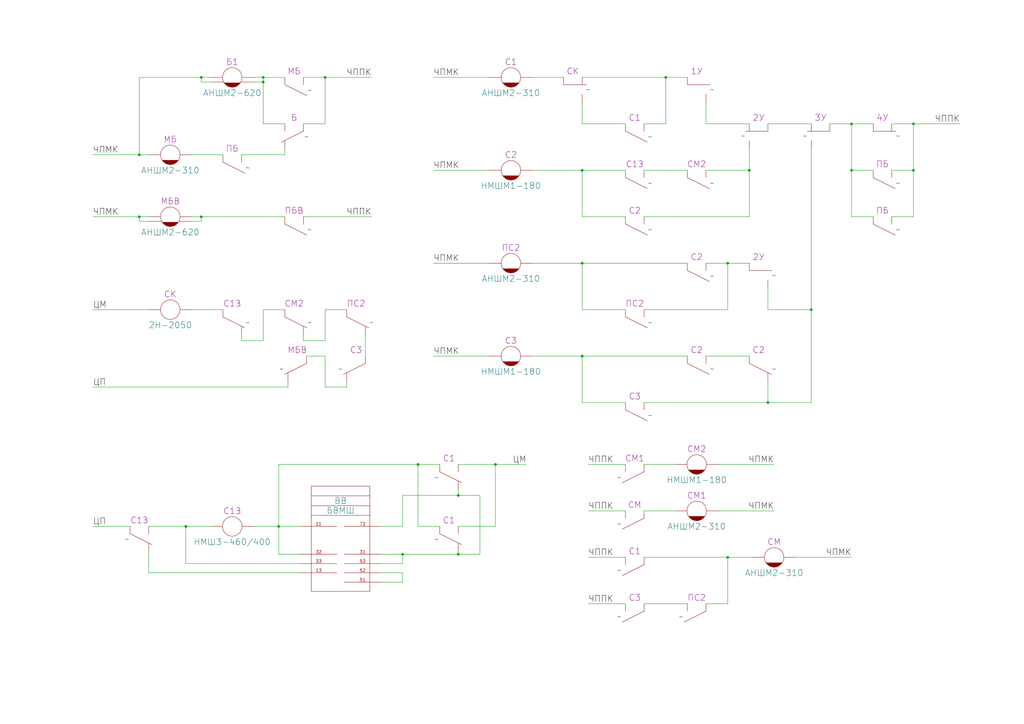
<source format=kicad_sch>
(kicad_sch (version 20231120) (generator "eeschema") (generator_version "8.0")
  (paper "A3")
  (title_block (title "Станция А") (company "МКТ РУТ (МИИТ)") (comment 1 "КП 27.02.03.03.000 ГЧ") (comment 2 "Сафранович") (comment 3 "Бузунова"))
  (lib_symbols
    (symbol "Blocks:БВМШ" (pin_names (offset 0) hide)
      (property "Reference" "ВВ" (at 0 10.51 0))
      (property "Value" "БВМШ" (at 0 6.51 0))
      (symbol "БВМШ_0_1"
        (rectangle (start -12 16.51) (end 12 -26.67))
        (polyline (pts (xy 12 4.51) (xy -12 4.51)))
        (polyline (pts (xy 12 8.51) (xy -12 8.51)))
        (polyline (pts (xy 12 12.51) (xy -12 12.51)))
      )
      (symbol "БВМШ_1_1"
        (pin bidirectional line (at -16.51 0 0) (length 15) (name "") (number "11"))
        (pin bidirectional line (at -16.51 -19.05 0) (length 15) (name "") (number "13"))
        (pin bidirectional line (at 16.51 -11.43 180) (length 15) (name "") (number "31"))
        (pin bidirectional line (at -16.51 -11.43 0) (length 15) (name "") (number "32"))
        (pin bidirectional line (at -16.51 -15.24 0) (length 15) (name "") (number "33"))
        (pin bidirectional line (at 16.51 -22.86 180) (length 15) (name "") (number "51"))
        (pin bidirectional line (at 16.51 -19.05 180) (length 15) (name "") (number "52"))
        (pin bidirectional line (at 16.51 -15.24 180) (length 15) (name "") (number "53"))
        (pin bidirectional line (at 16.51 0 180) (length 15) (name "") (number "72"))
      )
    )
    (symbol "SCB_Relay:Контакт_нейтрального_якоря" (pin_numbers hide) (pin_names hide)
      (property "Обозначение реле" "Н" (at 0 2.54 0))
      (symbol "Контакт_нейтрального_якоря_0_1"
        (polyline (pts (xy -3.81 -3) (xy 5.19 -7.5)))
        (pin bidirectional line (at -3.81 0 270) (length 3) (name "") (number "1"))
      )
      (symbol "Контакт_нейтрального_якоря_1_1"
        (unit_name "Фронтовой-Тыловой")
        (pin bidirectional line (at 3.81 0 270) (length 3) (name "") (number "2"))
        (pin bidirectional line (at 3.81 -10.16 90) (length 3.3) (name "") (number "3"))
      )
      (symbol "Контакт_нейтрального_якоря_2_1"
        (unit_name "Тыловой")
        (pin bidirectional line (at 3.81 -10.16 90) (length 3.3) (name "") (number "3"))
      )
      (symbol "Контакт_нейтрального_якоря_3_1"
        (unit_name "Фронтовой")
        (pin bidirectional line (at 3.81 0 270) (length 3) (name "") (number "2"))
      )
      (symbol "Контакт_нейтрального_якоря_4_1"
        (unit_name "Усиленный перелючающий")
        (polyline (pts (xy 3.81 -10.16) (xy 7.62 -10.16)))
        (polyline (pts (xy 3.81 -8.89) (xy 5.715 -10.16)))
        (polyline (pts (xy 3.81 -6.858) (xy 3.81 -10.16)))
        (polyline (pts (xy 3.81 -1.27) (xy 5.715 0)))
        (polyline (pts (xy 3.81 0) (xy 3.81 -3)))
        (polyline (pts (xy 3.81 0) (xy 7.62 0)))
        (pin bidirectional line (at -3.81 0 270) (length 3) (name "") (number "1"))
        (pin bidirectional line (at 8.89 0 180) (length 2) (name "") (number "2"))
        (pin bidirectional line (at 8.89 -10.16 180) (length 2) (name "") (number "3"))
      )
      (symbol "Контакт_нейтрального_якоря_5_1"
        (unit_name "Усиленный замыкающий")
        (polyline (pts (xy 3.81 -1.27) (xy 5.715 0)))
        (polyline (pts (xy 3.81 0) (xy 3.81 -3)))
        (polyline (pts (xy 3.81 0) (xy 7.62 0)))
        (pin bidirectional line (at 8.89 0 180) (length 2) (name "") (number "2"))
      )
      (symbol "Контакт_нейтрального_якоря_6_1"
        (unit_name "Усиленный размыкающий")
        (polyline (pts (xy 3.81 -8.89) (xy 5.715 -10.16)))
        (polyline (pts (xy 3.81 -6.858) (xy 3.81 -10.16) (xy 6.985 -10.16)))
        (pin bidirectional line (at 8.89 -10.16 180) (length 2) (name "") (number "3"))
      )
      (symbol "Контакт_нейтрального_якоря_7_1"
        (unit_name "С магнитным гашением")
        (polyline (pts (xy 11.43 0) (xy 3.81 0) (xy 3.81 -3)))
        (polyline (pts (xy 3.81 0) (xy 5.5 1) (xy 8.5 -1) (xy 10 0)))
        (pin bidirectional line (at 12.7 0 180) (length 2) (name "") (number "2"))
        (pin bidirectional line (at 3.81 -10.16 90) (length 3.3) (name "") (number "3"))
      )
      (symbol "Контакт_нейтрального_якоря_8_1"
        (unit_name "С безобрывным переключением")
        (arc (start 5.5 -7.5) (mid 6.5355 -5) (end 5.5 -2.5))
        (pin bidirectional line (at 3.81 0 270) (length 3) (name "") (number "2"))
        (pin bidirectional line (at 3.81 -10.16 90) (length 3.3) (name "") (number "3"))
      )
      (symbol "Контакт_нейтрального_якоря_9_1"
        (unit_name "Фронтовой-тыловой термолемента")
        (polyline (pts (xy -3.5 -4.5) (xy -2.5 -5) (xy -2.25 -4.5)))
        (polyline (pts (xy 1.25 -6.5) (xy 1 -7) (xy 2 -7.5)))
        (arc (start 1.25 -6.5) (mid 0.5225 -3.7106) (end -2.25 -4.5))
        (pin bidirectional line (at 3.81 0 270) (length 3) (name "") (number "2"))
        (pin bidirectional line (at 3.81 -10.16 90) (length 3.3) (name "") (number "3"))
      )
      (symbol "Контакт_нейтрального_якоря_10_1"
        (unit_name "Тыловой термолемента")
        (polyline (pts (xy -3.5 -4.5) (xy -2.5 -5) (xy -2.25 -4.5)))
        (polyline (pts (xy 1.25 -6.5) (xy 1 -7) (xy 2 -7.5)))
        (arc (start 1.25 -6.5) (mid 0.5225 -3.7106) (end -2.25 -4.5))
        (pin bidirectional line (at 3.81 -10.16 90) (length 3.3) (name "") (number "3"))
      )
      (symbol "Контакт_нейтрального_якоря_11_1"
        (unit_name "Фронтовой термолемента")
        (polyline (pts (xy -3.5 -4.5) (xy -2.5 -5) (xy -2.25 -4.5)))
        (polyline (pts (xy 1.25 -6.5) (xy 1 -7) (xy 2 -7.5)))
        (arc (start 1.25 -6.5) (mid 0.5225 -3.7106) (end -2.25 -4.5))
        (pin bidirectional line (at 3.81 0 270) (length 3) (name "") (number "2"))
      )
    )
    (symbol "SCB_Relay:Контакт_нейтрального_якоря_НЗ" (pin_numbers hide) (pin_names hide)
      (property "Обозначение реле" "Н" (at 0 2.54 0))
      (symbol "Контакт_нейтрального_якоря_НЗ_0_1"
        (polyline (pts (xy -3.81 -3) (xy 5.5 -3)))
        (pin bidirectional line (at -3.81 0 270) (length 3) (name "") (number "1"))
      )
      (symbol "Контакт_нейтрального_якоря_НЗ_1_1"
        (unit_name "Фронтовой-Тыловой")
        (pin bidirectional line (at 3.81 0 270) (length 3) (name "") (number "2"))
        (pin bidirectional line (at 3.81 -10.16 90) (length 3.3) (name "") (number "3"))
      )
      (symbol "Контакт_нейтрального_якоря_НЗ_2_1"
        (unit_name "Тыловой")
        (pin bidirectional line (at 3.81 -10.16 90) (length 3.3) (name "") (number "3"))
      )
      (symbol "Контакт_нейтрального_якоря_НЗ_3_1"
        (unit_name "Фронтовой")
        (pin bidirectional line (at 3.81 0 270) (length 3) (name "") (number "2"))
      )
      (symbol "Контакт_нейтрального_якоря_НЗ_4_1"
        (unit_name "Усиленный перелючающий")
        (polyline (pts (xy 3.81 -10.16) (xy 7.62 -10.16)))
        (polyline (pts (xy 3.81 -8.89) (xy 5.715 -10.16)))
        (polyline (pts (xy 3.81 -6.858) (xy 3.81 -10.16)))
        (polyline (pts (xy 3.81 -1.27) (xy 5.715 0)))
        (polyline (pts (xy 3.81 0) (xy 3.81 -3)))
        (polyline (pts (xy 3.81 0) (xy 7.62 0)))
        (pin bidirectional line (at -3.81 0 270) (length 3) (name "") (number "1"))
        (pin bidirectional line (at 8.89 0 180) (length 2) (name "") (number "2"))
        (pin bidirectional line (at 8.89 -10.16 180) (length 2) (name "") (number "3"))
      )
      (symbol "Контакт_нейтрального_якоря_НЗ_5_1"
        (unit_name "Усиленный замыкающий")
        (polyline (pts (xy 3.81 -1.27) (xy 5.715 0)))
        (polyline (pts (xy 3.81 0) (xy 3.81 -3)))
        (polyline (pts (xy 3.81 0) (xy 7.62 0)))
        (pin bidirectional line (at 8.89 0 180) (length 2) (name "") (number "2"))
      )
      (symbol "Контакт_нейтрального_якоря_НЗ_6_1"
        (unit_name "Усиленный размыкающий")
        (polyline (pts (xy 3.81 -8.89) (xy 5.715 -10.16)))
        (polyline (pts (xy 3.81 -6.858) (xy 3.81 -10.16) (xy 6.985 -10.16)))
        (pin bidirectional line (at 8.89 -10.16 180) (length 2) (name "") (number "3"))
      )
      (symbol "Контакт_нейтрального_якоря_НЗ_7_1"
        (unit_name "С магнитным гашением")
        (polyline (pts (xy 11.43 0) (xy 3.81 0) (xy 3.81 -3)))
        (polyline (pts (xy 3.81 0) (xy 5.5 1) (xy 8.5 -1) (xy 10 0)))
        (pin bidirectional line (at 12.7 0 180) (length 2) (name "") (number "2"))
        (pin bidirectional line (at 3.81 -10.16 90) (length 3.3) (name "") (number "3"))
      )
      (symbol "Контакт_нейтрального_якоря_НЗ_8_1"
        (unit_name "С безобрывным переключением")
        (arc (start 5.5 -7.5) (mid 6.5355 -5) (end 5.5 -2.5))
        (pin bidirectional line (at 3.81 0 270) (length 3) (name "") (number "2"))
        (pin bidirectional line (at 3.81 -10.16 90) (length 3.3) (name "") (number "3"))
      )
    )
    (symbol "SCB_Relay:Нейтральное" (pin_numbers hide) (pin_names (offset 0.002) hide)
      (property "Value" "НМШ" (at 0 -6.35 0))
      (property "Обозначение реле" "Н" (at 0 6.35 0))
      (symbol "Нейтральное_0_1"
        (circle (center 0 0) (radius 4))
      )
      (symbol "Нейтральное_1_1"
        (unit_name "Общее")
        (pin power_in line (at -8.89 0 0) (length 4.8) (name "") (number "1"))
        (pin power_in line (at 8.89 0 180) (length 4.8) (name "") (number "4"))
      )
      (symbol "Нейтральное_2_1"
        (unit_name "С раздельными")
        (pin power_in line (at -8.89 0 0) (length 4.8) (name "") (number "1"))
        (pin power_in line (at -8.89 -1.905 0) (length 5.3) (name "") (number "2"))
        (pin power_in line (at 8.89 0 180) (length 4.8) (name "") (number "3"))
        (pin power_in line (at 8.89 -1.905 180) (length 5.3) (name "") (number "4"))
      )
    )
    (symbol "SCB_Relay:Нейтральное_с_замедлением_на_отпуск" (pin_numbers hide) (pin_names (offset 0.002) hide)
      (property "Value" "НМШМ" (at 0 -6.35 0))
      (property "Обозначение реле" "Н" (at 0 6.35 0))
      (symbol "Нейтральное_с_замедлением_на_отпуск_0_1"
        (polyline (pts (xy -3.25 -2.25) (xy 3.25 -2.25) (xy 2.5 -3) (xy 1.778 -3.556) (xy 1.016 -3.81) (xy 0 -4) (xy -1.016 -3.81) (xy -1.778 -3.556) (xy -2.5 -3) (xy -3.25 -2.25)) (fill (type outline)))
        (circle (center 0 0) (radius 4))
      )
      (symbol "Нейтральное_с_замедлением_на_отпуск_1_1"
        (unit_name "Общее")
        (pin power_in line (at -8.89 0 0) (length 4.8) (name "") (number "1"))
        (pin power_in line (at 8.89 0 180) (length 4.8) (name "") (number "4"))
      )
      (symbol "Нейтральное_с_замедлением_на_отпуск_2_1"
        (unit_name "С раздельными")
        (pin power_in line (at -8.89 0 0) (length 4.8) (name "") (number "1"))
        (pin power_in line (at -8.89 -1.905 0) (length 5.3) (name "") (number "2"))
        (pin power_in line (at 8.89 0 180) (length 4.8) (name "") (number "3"))
        (pin power_in line (at 8.89 -1.905 180) (length 5.3) (name "") (number "4"))
      )
    )
  )
  (junction (at 298.45 228.6))
  (junction (at 107.95 33.655))
  (junction (at 187.96 227.33))
  (junction (at 374.65 69.85))
  (junction (at 133.35 31.75))
  (junction (at 238.76 69.85))
  (junction (at 165.1 227.33))
  (junction (at 238.76 146.05))
  (junction (at 203.2 190.5))
  (junction (at 187.96 203.2))
  (junction (at 273.05 31.75))
  (junction (at 332.74 127))
  (junction (at 76.2 215.9))
  (junction (at 57.15 88.9))
  (junction (at 238.76 107.95))
  (junction (at 57.15 63.5))
  (junction (at 82.55 31.75))
  (junction (at 82.55 88.9))
  (junction (at 307.34 69.85))
  (junction (at 114.3 215.9))
  (junction (at 107.95 31.75))
  (junction (at 314.96 165.1))
  (junction (at 374.65 50.8))
  (junction (at 171.45 190.5))
  (junction (at 349.25 69.85))
  (junction (at 298.45 107.95))
  (junction (at 349.25 50.8))
  (wire (pts (xy 273.05 31.75) (xy 281.94 31.75)))
  (wire (pts (xy 187.96 226.06) (xy 187.96 227.33)))
  (wire (pts (xy 238.76 50.8) (xy 256.54 50.8)))
  (wire (pts (xy 107.95 33.655) (xy 107.95 50.8)))
  (wire (pts (xy 82.55 88.9) (xy 78.74 88.9)))
  (wire (pts (xy 114.3 227.33) (xy 114.3 215.9)))
  (wire (pts (xy 314.96 118.11) (xy 314.96 127)))
  (wire (pts (xy 82.55 88.9) (xy 82.55 90.805)))
  (wire (pts (xy 238.76 107.95) (xy 238.76 127)))
  (wire (pts (xy 149.86 137.16) (xy 149.86 146.05)))
  (wire (pts (xy 264.16 228.6) (xy 298.45 228.6)))
  (wire (pts (xy 264.16 247.65) (xy 281.94 247.65)))
  (wire (pts (xy 298.45 247.65) (xy 298.45 228.6)))
  (wire (pts (xy 116.84 60.96) (xy 116.84 63.5)))
  (wire (pts (xy 60.96 226.06) (xy 60.96 234.95)))
  (wire (pts (xy 133.35 31.75) (xy 152.4 31.75)))
  (wire (pts (xy 124.46 137.16) (xy 124.46 139.7)))
  (wire (pts (xy 60.96 90.805) (xy 57.15 90.805)))
  (wire (pts (xy 116.84 63.5) (xy 99.06 63.5)))
  (wire (pts (xy 238.76 146.05) (xy 238.76 165.1)))
  (wire (pts (xy 218.44 31.75) (xy 231.14 31.75)))
  (wire (pts (xy 238.76 69.85) (xy 238.76 88.9)))
  (wire (pts (xy 203.2 190.5) (xy 215.9 190.5)))
  (wire (pts (xy 107.95 139.7) (xy 107.95 127)))
  (wire (pts (xy 142.24 156.21) (xy 142.24 158.75)))
  (wire (pts (xy 86.36 31.75) (xy 82.55 31.75)))
  (wire (pts (xy 99.06 139.7) (xy 107.95 139.7)))
  (wire (pts (xy 203.2 215.9) (xy 203.2 190.5)))
  (wire (pts (xy 238.76 31.75) (xy 273.05 31.75)))
  (wire (pts (xy 86.36 33.655) (xy 82.55 33.655)))
  (wire (pts (xy 78.74 90.805) (xy 82.55 90.805)))
  (wire (pts (xy 264.16 190.5) (xy 276.86 190.5)))
  (wire (pts (xy 332.74 127) (xy 332.74 60.96)))
  (wire (pts (xy 171.45 215.9) (xy 171.45 190.5)))
  (wire (pts (xy 118.11 156.21) (xy 118.11 158.75)))
  (wire (pts (xy 171.45 190.5) (xy 114.3 190.5)))
  (wire (pts (xy 107.95 127) (xy 116.84 127)))
  (wire (pts (xy 314.96 156.21) (xy 314.96 165.1)))
  (wire (pts (xy 165.1 215.9) (xy 156.21 215.9)))
  (wire (pts (xy 133.35 146.05) (xy 125.73 146.05)))
  (wire (pts (xy 107.95 31.75) (xy 107.95 33.655)))
  (wire (pts (xy 114.3 215.9) (xy 123.19 215.9)))
  (wire (pts (xy 218.44 69.85) (xy 238.76 69.85)))
  (wire (pts (xy 156.21 234.95) (xy 165.1 234.95)))
  (wire (pts (xy 374.65 50.8) (xy 393.7 50.8)))
  (wire (pts (xy 57.15 63.5) (xy 60.96 63.5)))
  (wire (pts (xy 314.96 50.8) (xy 332.74 50.8)))
  (wire (pts (xy 241.3 209.55) (xy 256.54 209.55)))
  (wire (pts (xy 165.1 203.2) (xy 165.1 215.9)))
  (wire (pts (xy 156.21 227.33) (xy 165.1 227.33)))
  (wire (pts (xy 332.74 127) (xy 332.74 165.1)))
  (wire (pts (xy 289.56 146.05) (xy 307.34 146.05)))
  (wire (pts (xy 298.45 228.6) (xy 308.61 228.6)))
  (wire (pts (xy 314.96 127) (xy 332.74 127)))
  (wire (pts (xy 358.14 88.9) (xy 349.25 88.9)))
  (wire (pts (xy 180.34 190.5) (xy 171.45 190.5)))
  (wire (pts (xy 218.44 146.05) (xy 238.76 146.05)))
  (wire (pts (xy 374.65 88.9) (xy 365.76 88.9)))
  (wire (pts (xy 107.95 50.8) (xy 116.84 50.8)))
  (wire (pts (xy 264.16 127) (xy 298.45 127)))
  (wire (pts (xy 264.16 50.8) (xy 273.05 50.8)))
  (wire (pts (xy 238.76 88.9) (xy 256.54 88.9)))
  (wire (pts (xy 133.35 50.8) (xy 133.35 31.75)))
  (wire (pts (xy 133.35 158.75) (xy 133.35 146.05)))
  (wire (pts (xy 124.46 50.8) (xy 133.35 50.8)))
  (wire (pts (xy 298.45 107.95) (xy 307.34 107.95)))
  (wire (pts (xy 374.65 50.8) (xy 374.65 69.85)))
  (wire (pts (xy 82.55 33.655) (xy 82.55 31.75)))
  (wire (pts (xy 123.19 227.33) (xy 114.3 227.33)))
  (wire (pts (xy 314.96 165.1) (xy 332.74 165.1)))
  (wire (pts (xy 187.96 227.33) (xy 196.85 227.33)))
  (wire (pts (xy 187.96 215.9) (xy 203.2 215.9)))
  (wire (pts (xy 238.76 41.91) (xy 238.76 50.8)))
  (wire (pts (xy 187.96 203.2) (xy 196.85 203.2)))
  (wire (pts (xy 60.96 215.9) (xy 76.2 215.9)))
  (wire (pts (xy 289.56 107.95) (xy 298.45 107.95)))
  (wire (pts (xy 38.1 158.75) (xy 118.11 158.75)))
  (wire (pts (xy 38.1 127) (xy 60.96 127)))
  (wire (pts (xy 264.16 69.85) (xy 281.94 69.85)))
  (wire (pts (xy 187.96 203.2) (xy 165.1 203.2)))
  (wire (pts (xy 99.06 137.16) (xy 99.06 139.7)))
  (wire (pts (xy 133.35 127) (xy 142.24 127)))
  (wire (pts (xy 165.1 234.95) (xy 165.1 238.76)))
  (wire (pts (xy 123.19 231.14) (xy 76.2 231.14)))
  (wire (pts (xy 326.39 228.6) (xy 349.25 228.6)))
  (wire (pts (xy 180.34 215.9) (xy 171.45 215.9)))
  (wire (pts (xy 264.16 209.55) (xy 276.86 209.55)))
  (wire (pts (xy 124.46 88.9) (xy 152.4 88.9)))
  (wire (pts (xy 78.74 63.5) (xy 91.44 63.5)))
  (wire (pts (xy 82.55 88.9) (xy 116.84 88.9)))
  (wire (pts (xy 264.16 88.9) (xy 307.34 88.9)))
  (wire (pts (xy 107.95 31.75) (xy 104.14 31.75)))
  (wire (pts (xy 165.1 238.76) (xy 156.21 238.76)))
  (wire (pts (xy 133.35 31.75) (xy 124.46 31.75)))
  (wire (pts (xy 317.5 190.5) (xy 294.64 190.5)))
  (wire (pts (xy 374.65 69.85) (xy 374.65 88.9)))
  (wire (pts (xy 317.5 209.55) (xy 294.64 209.55)))
  (wire (pts (xy 349.25 69.85) (xy 349.25 88.9)))
  (wire (pts (xy 78.74 127) (xy 91.44 127)))
  (wire (pts (xy 177.8 107.95) (xy 200.66 107.95)))
  (wire (pts (xy 82.55 31.75) (xy 57.15 31.75)))
  (wire (pts (xy 57.15 31.75) (xy 57.15 63.5)))
  (wire (pts (xy 238.76 107.95) (xy 281.94 107.95)))
  (wire (pts (xy 289.56 69.85) (xy 307.34 69.85)))
  (wire (pts (xy 365.76 69.85) (xy 374.65 69.85)))
  (wire (pts (xy 177.8 69.85) (xy 200.66 69.85)))
  (wire (pts (xy 340.36 50.8) (xy 349.25 50.8)))
  (wire (pts (xy 114.3 190.5) (xy 114.3 215.9)))
  (wire (pts (xy 307.34 88.9) (xy 307.34 69.85)))
  (wire (pts (xy 38.1 215.9) (xy 53.34 215.9)))
  (wire (pts (xy 196.85 227.33) (xy 196.85 203.2)))
  (wire (pts (xy 76.2 215.9) (xy 86.36 215.9)))
  (wire (pts (xy 177.8 146.05) (xy 200.66 146.05)))
  (wire (pts (xy 104.14 215.9) (xy 114.3 215.9)))
  (wire (pts (xy 241.3 190.5) (xy 256.54 190.5)))
  (wire (pts (xy 289.56 247.65) (xy 298.45 247.65)))
  (wire (pts (xy 177.8 31.75) (xy 200.66 31.75)))
  (wire (pts (xy 133.35 139.7) (xy 133.35 127)))
  (wire (pts (xy 241.3 247.65) (xy 256.54 247.65)))
  (wire (pts (xy 365.76 50.8) (xy 374.65 50.8)))
  (wire (pts (xy 289.56 50.8) (xy 307.34 50.8)))
  (wire (pts (xy 264.16 165.1) (xy 314.96 165.1)))
  (wire (pts (xy 76.2 231.14) (xy 76.2 215.9)))
  (wire (pts (xy 238.76 127) (xy 256.54 127)))
  (wire (pts (xy 165.1 231.14) (xy 165.1 227.33)))
  (wire (pts (xy 107.95 31.75) (xy 116.84 31.75)))
  (wire (pts (xy 60.96 88.9) (xy 57.15 88.9)))
  (wire (pts (xy 187.96 190.5) (xy 203.2 190.5)))
  (wire (pts (xy 142.24 158.75) (xy 133.35 158.75)))
  (wire (pts (xy 124.46 139.7) (xy 133.35 139.7)))
  (wire (pts (xy 187.96 200.66) (xy 187.96 203.2)))
  (wire (pts (xy 38.1 63.5) (xy 57.15 63.5)))
  (wire (pts (xy 238.76 165.1) (xy 256.54 165.1)))
  (wire (pts (xy 358.14 69.85) (xy 349.25 69.85)))
  (wire (pts (xy 307.34 69.85) (xy 307.34 60.96)))
  (wire (pts (xy 238.76 69.85) (xy 256.54 69.85)))
  (wire (pts (xy 165.1 227.33) (xy 187.96 227.33)))
  (wire (pts (xy 298.45 127) (xy 298.45 107.95)))
  (wire (pts (xy 104.14 33.655) (xy 107.95 33.655)))
  (wire (pts (xy 273.05 50.8) (xy 273.05 31.75)))
  (wire (pts (xy 289.56 41.91) (xy 289.56 50.8)))
  (wire (pts (xy 241.3 228.6) (xy 256.54 228.6)))
  (wire (pts (xy 57.15 90.805) (xy 57.15 88.9)))
  (wire (pts (xy 60.96 234.95) (xy 123.19 234.95)))
  (wire (pts (xy 349.25 69.85) (xy 349.25 50.8)))
  (wire (pts (xy 38.1 88.9) (xy 57.15 88.9)))
  (wire (pts (xy 349.25 50.8) (xy 358.14 50.8)))
  (wire (pts (xy 156.21 231.14) (xy 165.1 231.14)))
  (wire (pts (xy 218.44 107.95) (xy 238.76 107.95)))
  (wire (pts (xy 238.76 146.05) (xy 281.94 146.05)))
  (label "ЦП" (at 38.1 215.9 0) (effects (font (size 2.5 2.5))) (property "Netclass" "Цепь" (effects (hide yes))))
  (label "ЧПМК" (at 38.1 63.5 0) (effects (font (size 2.5 2.5))) (property "Netclass" "Цепь" (effects (hide yes))))
  (label "ЧПМК" (at 177.8 107.95 0) (effects (font (size 2.5 2.5))) (property "Netclass" "Цепь" (effects (hide yes))))
  (label "ЧПМК" (at 38.1 88.9 0) (effects (font (size 2.5 2.5))) (property "Netclass" "Цепь" (effects (hide yes))))
  (label "ЦМ" (at 38.1 127 0) (effects (font (size 2.5 2.5))) (property "Netclass" "Цепь" (effects (hide yes))))
  (label "ЧППК" (at 241.3 209.55 0) (effects (font (size 2.5 2.5))) (property "Netclass" "Цепь" (effects (hide yes))))
  (label "ЧПМК" (at 349.25 228.6 180) (effects (font (size 2.5 2.5))) (property "Netclass" "Цепь" (effects (hide yes))))
  (label "ЧППК" (at 241.3 247.65 0) (effects (font (size 2.5 2.5))) (property "Netclass" "Цепь" (effects (hide yes))))
  (label "ЧППК" (at 152.4 31.75 180) (effects (font (size 2.5 2.5))) (property "Netclass" "Цепь" (effects (hide yes))))
  (label "ЧПМК" (at 317.5 209.55 180) (effects (font (size 2.5 2.5))) (property "Netclass" "Цепь" (effects (hide yes))))
  (label "ЧППК" (at 152.4 88.9 180) (effects (font (size 2.5 2.5))) (property "Netclass" "Цепь" (effects (hide yes))))
  (label "ЧППК" (at 393.7 50.8 180) (effects (font (size 2.5 2.5))) (property "Netclass" "Цепь" (effects (hide yes))))
  (label "ЧПМК" (at 177.8 69.85 0) (effects (font (size 2.5 2.5))) (property "Netclass" "Цепь" (effects (hide yes))))
  (label "ЧПМК" (at 317.5 190.5 180) (effects (font (size 2.5 2.5))) (property "Netclass" "Цепь" (effects (hide yes))))
  (label "ЧППК" (at 241.3 190.5 0) (effects (font (size 2.5 2.5))) (property "Netclass" "Цепь" (effects (hide yes))))
  (label "ЧППК" (at 241.3 228.6 0) (effects (font (size 2.5 2.5))) (property "Netclass" "Цепь" (effects (hide yes))))
  (label "ЦП" (at 38.1 158.75 0) (effects (font (size 2.5 2.5))) (property "Netclass" "Цепь" (effects (hide yes))))
  (label "ЧПМК" (at 177.8 31.75 0) (effects (font (size 2.5 2.5))) (property "Netclass" "Цепь" (effects (hide yes))))
  (label "ЦМ" (at 215.9 190.5 180) (effects (font (size 2.5 2.5))) (property "Netclass" "Цепь" (effects (hide yes))))
  (label "ЧПМК" (at 177.8 146.05 0) (effects (font (size 2.5 2.5))) (property "Netclass" "Цепь" (effects (hide yes))))
  (symbol (lib_id "SCB_Relay:Контакт_нейтрального_якоря_НЗ") (at 336.55 50.8 0) (mirror y) (unit 1)
    (property "Reference" "Н111" (effects (hide yes)))
    (property "Value" "~" (at 330.2 55.73 0) (effects (font (size 2.5 2.5))))
    (property "Обозначение реле" "3У" (at 336.55 48.26 0) (effects (font (size 2.5 2.5))))
  )
  (symbol (lib_id "SCB_Relay:Контакт_нейтрального_якоря") (at 146.05 146.05 0) (mirror y) (unit 2)
    (property "Reference" "Н11112111" (effects (hide yes)))
    (property "Value" "~" (at 139.7 151.3 0) (effects (font (size 2.5 2.5))))
    (property "Обозначение реле" "С3" (at 146.05 143.51 0) (effects (font (size 2.5 2.5))))
  )
  (symbol (lib_name "SCB_Relay:Контакт_нейтрального_якоря") (lib_id "SCB_Relay:Контакт_нейтрального_якоря") (at 260.35 247.65 0) (mirror y) (unit 3)
    (property "Reference" "Н1111111" (effects (hide yes)))
    (property "Value" "~" (at 254 252.9 0) (effects (font (size 2.5 2.5))))
    (property "Обозначение реле" "С3" (at 260.35 245.11 0) (effects (font (size 2.5 2.5))))
  )
  (symbol (lib_id "SCB_Relay:Нейтральное_с_замедлением_на_отпуск") (at 209.55 107.95 0) (unit 1)
    (property "Reference" "Н2211" (effects (hide yes)))
    (property "Value" "АНШМ2-310" (at 209.55 114.3 0) (effects (font (size 2.5 2.5))))
    (property "Обозначение реле" "ПС2" (at 209.55 101.6 0) (effects (font (size 2.5 2.5))))
  )
  (symbol (lib_name "SCB_Relay:Контакт_нейтрального_якоря") (lib_id "SCB_Relay:Контакт_нейтрального_якоря") (at 184.15 190.5 0) (unit 1)
    (property "Reference" "Н111" (effects (hide yes)))
    (property "Value" "~" (at 179.07 195.75 0) (effects (font (size 2.5 2.5))))
    (property "Обозначение реле" "С1" (at 184.15 187.96 0) (effects (font (size 2.5 2.5))))
  )
  (symbol (lib_name "SCB_Relay:Контакт_нейтрального_якоря") (lib_id "SCB_Relay:Контакт_нейтрального_якоря") (at 260.35 69.85 0) (unit 3)
    (property "Reference" "Н1111" (effects (hide yes)))
    (property "Value" "~" (at 266.7 75.1 0) (effects (font (size 2.5 2.5))))
    (property "Обозначение реле" "С1З" (at 260.35 67.31 0) (effects (font (size 2.5 2.5))))
  )
  (symbol (lib_id "SCB_Relay:Нейтральное_с_замедлением_на_отпуск") (at 69.85 88.9 0) (unit 2)
    (property "Reference" "Н21" (effects (hide yes)))
    (property "Value" "АНШМ2-620" (at 69.85 95.25 0) (effects (font (size 2.5 2.5))))
    (property "Обозначение реле" "МБВ" (at 69.85 82.55 0) (effects (font (size 2.5 2.5))))
  )
  (symbol (lib_name "SCB_Relay:Контакт_нейтрального_якоря") (lib_id "SCB_Relay:Контакт_нейтрального_якоря") (at 120.65 127 0) (unit 2)
    (property "Reference" "Н11112111" (effects (hide yes)))
    (property "Value" "~" (at 127 132.25 0) (effects (font (size 2.5 2.5))))
    (property "Обозначение реле" "СМ2" (at 120.65 124.46 0) (effects (font (size 2.5 2.5))))
  )
  (symbol (lib_name "SCB_Relay:Контакт_нейтрального_якоря") (lib_id "SCB_Relay:Контакт_нейтрального_якоря") (at 260.35 209.55 0) (mirror y) (unit 3)
    (property "Reference" "Н111111" (effects (hide yes)))
    (property "Value" "~" (at 254 214.8 0) (effects (font (size 2.5 2.5))))
    (property "Обозначение реле" "СМ" (at 260.35 207.01 0) (effects (font (size 2.5 2.5))))
  )
  (symbol (lib_name "SCB_Relay:Контакт_нейтрального_якоря") (lib_id "SCB_Relay:Контакт_нейтрального_якоря") (at 95.25 63.5 0) (unit 3)
    (property "Reference" "Н1" (effects (hide yes)))
    (property "Value" "~" (at 101.6 68.75 0) (effects (font (size 2.5 2.5))))
    (property "Обозначение реле" "ПБ" (at 95.25 60.96 0) (effects (font (size 2.5 2.5))))
  )
  (symbol (lib_name "SCB_Relay:Контакт_нейтрального_якоря") (lib_id "SCB_Relay:Контакт_нейтрального_якоря") (at 120.65 50.8 0) (mirror y) (unit 1)
    (property "Reference" "Н1" (effects (hide yes)))
    (property "Value" "~" (at 125.73 56.05 0) (effects (font (size 2.5 2.5))))
    (property "Обозначение реле" "Б" (at 120.65 48.26 0) (effects (font (size 2.5 2.5))))
  )
  (symbol (lib_name "SCB_Relay:Контакт_нейтрального_якоря") (lib_id "SCB_Relay:Контакт_нейтрального_якоря") (at 285.75 69.85 0) (unit 3)
    (property "Reference" "Н1111" (effects (hide yes)))
    (property "Value" "~" (at 292.1 75.1 0) (effects (font (size 2.5 2.5))))
    (property "Обозначение реле" "СМ2" (at 285.75 67.31 0) (effects (font (size 2.5 2.5))))
  )
  (symbol (lib_id "SCB_Relay:Нейтральное_с_замедлением_на_отпуск") (at 209.55 69.85 0) (unit 1)
    (property "Reference" "Н221" (effects (hide yes)))
    (property "Value" "НМШМ1-180" (at 209.55 76.2 0) (effects (font (size 2.5 2.5))))
    (property "Обозначение реле" "С2" (at 209.55 63.5 0) (effects (font (size 2.5 2.5))))
  )
  (symbol (lib_name "SCB_Relay:Контакт_нейтрального_якоря_НЗ") (lib_id "SCB_Relay:Контакт_нейтрального_якоря_НЗ") (at 361.95 50.8 0) (unit 3)
    (property "Reference" "Н111" (effects (hide yes)))
    (property "Value" "~" (at 368.3 55.73 0) (effects (font (size 2.5 2.5))))
    (property "Обозначение реле" "4У" (at 361.95 48.26 0) (effects (font (size 2.5 2.5))))
  )
  (symbol (lib_id "SCB_Relay:Нейтральное_с_замедлением_на_отпуск") (at 317.5 228.6 0) (unit 1)
    (property "Reference" "Н22111" (effects (hide yes)))
    (property "Value" "АНШМ2-310" (at 317.5 234.95 0) (effects (font (size 2.5 2.5))))
    (property "Обозначение реле" "СМ" (at 317.5 222.25 0) (effects (font (size 2.5 2.5))))
  )
  (symbol (lib_name "SCB_Relay:Контакт_нейтрального_якоря") (lib_id "SCB_Relay:Контакт_нейтрального_якоря") (at 285.75 247.65 0) (mirror y) (unit 3)
    (property "Reference" "Н11111111" (effects (hide yes)))
    (property "Value" "~" (at 279.4 252.9 0) (effects (font (size 2.5 2.5))))
    (property "Обозначение реле" "ПС2" (at 285.75 245.11 0) (effects (font (size 2.5 2.5))))
  )
  (symbol (lib_id "SCB_Relay:Нейтральное_с_замедлением_на_отпуск") (at 95.25 31.75 0) (unit 2)
    (property "Reference" "Н2" (effects (hide yes)))
    (property "Value" "АНШМ2-620" (at 95.25 38.1 0) (effects (font (size 2.5 2.5))))
    (property "Обозначение реле" "Б1" (at 95.25 25.4 0) (effects (font (size 2.5 2.5))))
  )
  (symbol (lib_name "SCB_Relay:Контакт_нейтрального_якоря") (lib_id "SCB_Relay:Контакт_нейтрального_якоря") (at 120.65 31.75 0) (unit 3)
    (property "Reference" "Н11" (effects (hide yes)))
    (property "Value" "~" (at 127 37 0) (effects (font (size 2.5 2.5))))
    (property "Обозначение реле" "МБ" (at 120.65 29.21 0) (effects (font (size 2.5 2.5))))
  )
  (symbol (lib_id "SCB_Relay:Нейтральное_с_замедлением_на_отпуск") (at 285.75 209.55 0) (unit 1)
    (property "Reference" "Н22111" (effects (hide yes)))
    (property "Value" "АНШМ2-310" (at 285.75 215.9 0) (effects (font (size 2.5 2.5))))
    (property "Обозначение реле" "СМ1" (at 285.75 203.2 0) (effects (font (size 2.5 2.5))))
  )
  (symbol (lib_name "SCB_Relay:Контакт_нейтрального_якоря") (lib_id "SCB_Relay:Контакт_нейтрального_якоря") (at 361.95 69.85 0) (unit 3)
    (property "Reference" "Н111" (effects (hide yes)))
    (property "Value" "~" (at 368.3 75.1 0) (effects (font (size 2.5 2.5))))
    (property "Обозначение реле" "ПБ" (at 361.95 67.31 0) (effects (font (size 2.5 2.5))))
  )
  (symbol (lib_id "SCB_Relay:Нейтральное_с_замедлением_на_отпуск") (at 69.85 63.5 0) (unit 1)
    (property "Reference" "Н1" (effects (hide yes)))
    (property "Value" "АНШМ2-310" (at 69.85 69.85 0) (effects (font (size 2.5 2.5))))
    (property "Обозначение реле" "МБ" (at 69.85 57.15 0) (effects (font (size 2.5 2.5))))
  )
  (symbol (lib_name "SCB_Relay:Контакт_нейтрального_якоря") (lib_id "SCB_Relay:Контакт_нейтрального_якоря") (at 121.92 146.05 0) (mirror y) (unit 2)
    (property "Reference" "Н11112111" (effects (hide yes)))
    (property "Value" "~" (at 115.57 151.3 0) (effects (font (size 2.5 2.5))))
    (property "Обозначение реле" "МБВ" (at 121.92 143.51 0) (effects (font (size 2.5 2.5))))
  )
  (symbol (lib_id "SCB_Relay:Нейтральное_с_замедлением_на_отпуск") (at 209.55 31.75 0) (unit 1)
    (property "Reference" "Н22" (effects (hide yes)))
    (property "Value" "АНШМ2-310" (at 209.55 38.1 0) (effects (font (size 2.5 2.5))))
    (property "Обозначение реле" "С1" (at 209.55 25.4 0) (effects (font (size 2.5 2.5))))
  )
  (symbol (lib_id "Blocks:БВМШ") (at 139.7 215.9 0) (unit 1)
    (property "Reference" "ВВ" (at 139.7 205.39 0) (effects (font (size 2.5 2.5))))
    (property "Value" "БВМШ" (at 139.7 209.39 0) (effects (font (size 2.5 2.5))))
  )
  (symbol (lib_name "SCB_Relay:Контакт_нейтрального_якоря") (lib_id "SCB_Relay:Контакт_нейтрального_якоря") (at 361.95 88.9 0) (unit 3)
    (property "Reference" "Н111" (effects (hide yes)))
    (property "Value" "~" (at 368.3 94.15 0) (effects (font (size 2.5 2.5))))
    (property "Обозначение реле" "ПБ" (at 361.95 86.36 0) (effects (font (size 2.5 2.5))))
  )
  (symbol (lib_name "SCB_Relay:Контакт_нейтрального_якоря") (lib_id "SCB_Relay:Контакт_нейтрального_якоря") (at 260.35 190.5 0) (mirror y) (unit 3)
    (property "Reference" "Н111111" (effects (hide yes)))
    (property "Value" "~" (at 254 195.75 0) (effects (font (size 2.5 2.5))))
    (property "Обозначение реле" "СМ1" (at 260.35 187.96 0) (effects (font (size 2.5 2.5))))
  )
  (symbol (lib_name "SCB_Relay:Контакт_нейтрального_якоря_НЗ") (lib_id "SCB_Relay:Контакт_нейтрального_якоря_НЗ") (at 285.75 31.75 0) (unit 2)
    (property "Reference" "Н11" (effects (hide yes)))
    (property "Value" "~" (at 292.1 36.68 0) (effects (font (size 2.5 2.5))))
    (property "Обозначение реле" "1У" (at 285.75 29.21 0) (effects (font (size 2.5 2.5))))
  )
  (symbol (lib_name "SCB_Relay:Контакт_нейтрального_якоря") (lib_id "SCB_Relay:Контакт_нейтрального_якоря") (at 260.35 127 0) (unit 3)
    (property "Reference" "Н1111" (effects (hide yes)))
    (property "Value" "~" (at 266.7 132.25 0) (effects (font (size 2.5 2.5))))
    (property "Обозначение реле" "ПС2" (at 260.35 124.46 0) (effects (font (size 2.5 2.5))))
  )
  (symbol (lib_name "SCB_Relay:Контакт_нейтрального_якоря") (lib_id "SCB_Relay:Контакт_нейтрального_якоря") (at 57.15 215.9 0) (unit 1)
    (property "Reference" "Н11" (effects (hide yes)))
    (property "Value" "~" (at 52.07 221.15 0) (effects (font (size 2.5 2.5))))
    (property "Обозначение реле" "С1З" (at 57.15 213.36 0) (effects (font (size 2.5 2.5))))
  )
  (symbol (lib_name "SCB_Relay:Контакт_нейтрального_якоря") (lib_id "SCB_Relay:Контакт_нейтрального_якоря") (at 260.35 228.6 0) (mirror y) (unit 3)
    (property "Reference" "Н111111" (effects (hide yes)))
    (property "Value" "~" (at 254 233.85 0) (effects (font (size 2.5 2.5))))
    (property "Обозначение реле" "С1" (at 260.35 226.06 0) (effects (font (size 2.5 2.5))))
  )
  (symbol (lib_name "SCB_Relay:Контакт_нейтрального_якоря_НЗ") (lib_id "SCB_Relay:Контакт_нейтрального_якоря_НЗ") (at 234.95 31.75 0) (unit 1)
    (property "Reference" "Н13" (effects (hide yes)))
    (property "Value" "~" (at 241.3 36.68 0) (effects (font (size 2.5 2.5))))
    (property "Обозначение реле" "СК" (at 234.95 29.21 0) (effects (font (size 2.5 2.5))))
  )
  (symbol (lib_id "SCB_Relay:Нейтральное") (at 95.25 215.9 0) (unit 1)
    (property "Reference" "Н111" (effects (hide yes)))
    (property "Value" "НМШ3-460/400" (at 95.25 222.25 0) (effects (font (size 2.5 2.5))))
    (property "Обозначение реле" "С1З" (at 95.25 209.55 0) (effects (font (size 2.5 2.5))))
  )
  (symbol (lib_id "SCB_Relay:Нейтральное") (at 69.85 127 0) (unit 1)
    (property "Reference" "Н11" (effects (hide yes)))
    (property "Value" "2Н-2050" (at 69.85 133.35 0) (effects (font (size 2.5 2.5))))
    (property "Обозначение реле" "СК" (at 69.85 120.65 0) (effects (font (size 2.5 2.5))))
  )
  (symbol (lib_id "SCB_Relay:Нейтральное_с_замедлением_на_отпуск") (at 285.75 190.5 0) (unit 1)
    (property "Reference" "Н221111" (effects (hide yes)))
    (property "Value" "НМШМ1-180" (at 285.75 196.85 0) (effects (font (size 2.5 2.5))))
    (property "Обозначение реле" "СМ2" (at 285.75 184.15 0) (effects (font (size 2.5 2.5))))
  )
  (symbol (lib_name "SCB_Relay:Контакт_нейтрального_якоря") (lib_id "SCB_Relay:Контакт_нейтрального_якоря") (at 260.35 165.1 0) (unit 3)
    (property "Reference" "Н11111" (effects (hide yes)))
    (property "Value" "~" (at 266.7 170.35 0) (effects (font (size 2.5 2.5))))
    (property "Обозначение реле" "С3" (at 260.35 162.56 0) (effects (font (size 2.5 2.5))))
  )
  (symbol (lib_name "SCB_Relay:Контакт_нейтрального_якоря") (lib_id "SCB_Relay:Контакт_нейтрального_якоря") (at 120.65 88.9 0) (unit 3)
    (property "Reference" "Н111" (effects (hide yes)))
    (property "Value" "~" (at 127 94.15 0) (effects (font (size 2.5 2.5))))
    (property "Обозначение реле" "ПБВ" (at 120.65 86.36 0) (effects (font (size 2.5 2.5))))
  )
  (symbol (lib_name "SCB_Relay:Контакт_нейтрального_якоря") (lib_id "SCB_Relay:Контакт_нейтрального_якоря") (at 285.75 107.95 0) (unit 3)
    (property "Reference" "Н11112" (effects (hide yes)))
    (property "Value" "~" (at 292.1 113.2 0) (effects (font (size 2.5 2.5))))
    (property "Обозначение реле" "С2" (at 285.75 105.41 0) (effects (font (size 2.5 2.5))))
  )
  (symbol (lib_name "SCB_Relay:Контакт_нейтрального_якоря") (lib_id "SCB_Relay:Контакт_нейтрального_якоря") (at 285.75 146.05 0) (unit 3)
    (property "Reference" "Н111121" (effects (hide yes)))
    (property "Value" "~" (at 292.1 151.3 0) (effects (font (size 2.5 2.5))))
    (property "Обозначение реле" "С2" (at 285.75 143.51 0) (effects (font (size 2.5 2.5))))
  )
  (symbol (lib_name "SCB_Relay:Контакт_нейтрального_якоря") (lib_id "SCB_Relay:Контакт_нейтрального_якоря") (at 311.15 146.05 0) (unit 2)
    (property "Reference" "Н1111211" (effects (hide yes)))
    (property "Value" "~" (at 317.5 151.3 0) (effects (font (size 2.5 2.5))))
    (property "Обозначение реле" "С2" (at 311.15 143.51 0) (effects (font (size 2.5 2.5))))
  )
  (symbol (lib_name "SCB_Relay:Контакт_нейтрального_якоря") (lib_id "SCB_Relay:Контакт_нейтрального_якоря") (at 260.35 88.9 0) (unit 3)
    (property "Reference" "Н111" (effects (hide yes)))
    (property "Value" "~" (at 266.7 94.15 0) (effects (font (size 2.5 2.5))))
    (property "Обозначение реле" "С2" (at 260.35 86.36 0) (effects (font (size 2.5 2.5))))
  )
  (symbol (lib_name "SCB_Relay:Контакт_нейтрального_якоря") (lib_id "SCB_Relay:Контакт_нейтрального_якоря") (at 95.25 127 0) (unit 2)
    (property "Reference" "Н11112111" (effects (hide yes)))
    (property "Value" "~" (at 101.6 132.25 0) (effects (font (size 2.5 2.5))))
    (property "Обозначение реле" "С1З" (at 95.25 124.46 0) (effects (font (size 2.5 2.5))))
  )
  (symbol (lib_name "SCB_Relay:Контакт_нейтрального_якоря") (lib_id "SCB_Relay:Контакт_нейтрального_якоря") (at 260.35 50.8 0) (unit 3)
    (property "Reference" "Н11" (effects (hide yes)))
    (property "Value" "~" (at 266.7 56.05 0) (effects (font (size 2.5 2.5))))
    (property "Обозначение реле" "С1" (at 260.35 48.26 0) (effects (font (size 2.5 2.5))))
  )
  (symbol (lib_name "SCB_Relay:Контакт_нейтрального_якоря") (lib_id "SCB_Relay:Контакт_нейтрального_якоря") (at 146.05 127 0) (unit 2)
    (property "Reference" "Н11112111" (effects (hide yes)))
    (property "Value" "~" (at 152.4 132.25 0) (effects (font (size 2.5 2.5))))
    (property "Обозначение реле" "ПС2" (at 146.05 124.46 0) (effects (font (size 2.5 2.5))))
  )
  (symbol (lib_id "SCB_Relay:Нейтральное_с_замедлением_на_отпуск") (at 209.55 146.05 0) (unit 1)
    (property "Reference" "Н22111" (effects (hide yes)))
    (property "Value" "НМШМ1-180" (at 209.55 152.4 0) (effects (font (size 2.5 2.5))))
    (property "Обозначение реле" "С3" (at 209.55 139.7 0) (effects (font (size 2.5 2.5))))
  )
  (symbol (lib_name "SCB_Relay:Контакт_нейтрального_якоря_НЗ") (lib_id "SCB_Relay:Контакт_нейтрального_якоря_НЗ") (at 311.15 107.95 0) (unit 2)
    (property "Reference" "Н111" (effects (hide yes)))
    (property "Value" "~" (at 317.5 112.88 0) (effects (font (size 2.5 2.5))))
    (property "Обозначение реле" "2У" (at 311.15 105.41 0) (effects (font (size 2.5 2.5))))
  )
  (symbol (lib_name "SCB_Relay:Контакт_нейтрального_якоря") (lib_id "SCB_Relay:Контакт_нейтрального_якоря") (at 184.15 215.9 0) (unit 1)
    (property "Reference" "Н1111" (effects (hide yes)))
    (property "Value" "~" (at 179.07 221.15 0) (effects (font (size 2.5 2.5))))
    (property "Обозначение реле" "С1" (at 184.15 213.36 0) (effects (font (size 2.5 2.5))))
  )
  (symbol (lib_name "SCB_Relay:Контакт_нейтрального_якоря_НЗ") (lib_id "SCB_Relay:Контакт_нейтрального_якоря_НЗ") (at 311.15 50.8 0) (mirror y) (unit 1)
    (property "Reference" "Н11" (effects (hide yes)))
    (property "Value" "~" (at 304.8 55.73 0) (effects (font (size 2.5 2.5))))
    (property "Обозначение реле" "2У" (at 311.15 48.26 0) (effects (font (size 2.5 2.5))))
  )
)
</source>
